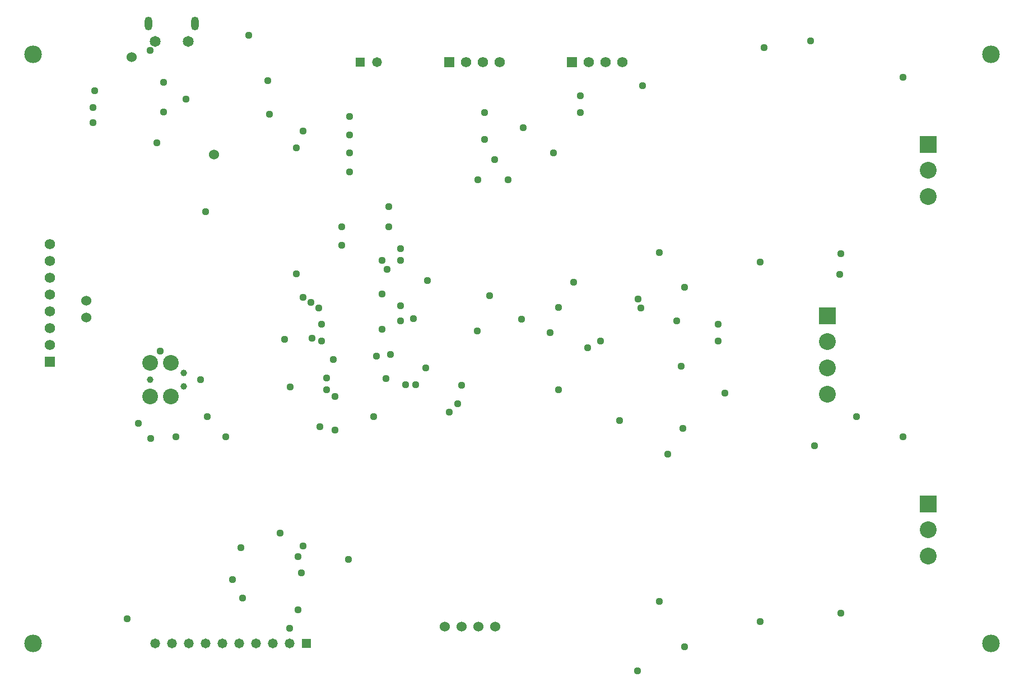
<source format=gbs>
G04 ================== begin FILE IDENTIFICATION RECORD ==================*
G04 Layout Name:  radiotelescope.brd*
G04 Film Name:    BOT_MASK*
G04 File Format:  Gerber RS274X*
G04 File Origin:  Cadence Allegro 17.4-S035*
G04 Origin Date:  Tue Feb 21 10:10:28 2023*
G04 *
G04 Layer:  VIA CLASS/SOLDERMASK_BOTTOM*
G04 Layer:  PIN/SOLDERMASK_BOTTOM*
G04 Layer:  PACKAGE GEOMETRY/SOLDERMASK_BOTTOM*
G04 Layer:  BOARD GEOMETRY/SOLDERMASK_BOTTOM*
G04 *
G04 Offset:    (0.00 0.00)*
G04 Mirror:    No*
G04 Mode:      Positive*
G04 Rotation:  0*
G04 FullContactRelief:  No*
G04 UndefLineWidth:     0.00*
G04 ================== end FILE IDENTIFICATION RECORD ====================*
%FSLAX35Y35*MOMM*%
%IR0*IPPOS*OFA0.00000B0.00000*MIA0B0*SFA1.00000B1.00000*%
%ADD13C,1.524*%
%ADD14C,1.1176*%
%ADD12C,1.5748*%
%ADD15C,1.4732*%
%ADD17C,.991108*%
%ADD11R,1.5748X1.5748*%
%ADD16C,2.3749*%
%ADD20R,1.4732X1.4732*%
%ADD18C,1.649984*%
%ADD21C,2.54*%
%ADD10C,2.667*%
%ADD22R,2.54X2.54*%
%ADD19O,1.150112X2.100072*%
%LPD*%
G75*
G54D10*
X-6667500Y-4445000D03*
Y4457700D03*
X7810500Y-4445000D03*
Y4457700D03*
G54D20*
X-2540000Y-4445000D03*
X-1727200Y4343400D03*
G54D11*
X-6413500Y-190500D03*
X-381000Y4343400D03*
X1473200D03*
G54D21*
X5334000Y-680720D03*
Y-284480D03*
Y111760D03*
X6858000Y-3129280D03*
Y-2733040D03*
Y2306320D03*
Y2702560D03*
G54D12*
X-6413500Y63500D03*
Y317500D03*
Y571500D03*
Y825500D03*
Y1079500D03*
Y1333500D03*
Y1587500D03*
X-127000Y4343400D03*
X127000D03*
X381000D03*
X1727200D03*
X1981200D03*
X2235200D03*
G54D22*
X5334000Y508000D03*
X6858000Y-2336800D03*
Y3098800D03*
G54D13*
X-5867400Y482600D03*
Y736600D03*
X-5181600Y4419600D03*
X-3937000Y2946400D03*
X-444500Y-4191000D03*
X-190500D03*
X63500D03*
X317500D03*
G54D14*
X-5765800Y3429000D03*
Y3657600D03*
X-5740400Y3911600D03*
X-5245100Y-4076700D03*
X-5080000Y-1117600D03*
X-4889500Y-1346200D03*
X-4800600Y3124200D03*
X-4902200Y4521200D03*
X-4508500Y-1320800D03*
X-4749800Y-25400D03*
X-4700092Y3582492D03*
Y4037508D03*
X-4140200Y-457200D03*
X-4361688Y3777488D03*
X-4038600Y-1016000D03*
X-4064000Y2082800D03*
X-3505200Y-3759200D03*
X-3657600Y-3479800D03*
X-3530600Y-2997200D03*
X-3759200Y-1320800D03*
X-3406140Y4747260D03*
X-2933700Y-2781300D03*
X-2870200Y152400D03*
X-3098800Y3556000D03*
X-3124200Y4064000D03*
X-2794000Y-4216400D03*
X-2667000Y-3937000D03*
X-2616200Y-3378200D03*
X-2590800Y-2971800D03*
X-2667000Y-3136900D03*
X-2781300Y-571500D03*
X-2590800Y787400D03*
X-2692400Y1143000D03*
Y3048000D03*
X-2590800Y3302000D03*
X-2336800Y-1168400D03*
X-2451100Y165100D03*
X-2311400Y127000D03*
Y381000D03*
X-2468880Y706120D03*
X-2349500Y624840D03*
X-2108200Y-1219200D03*
Y-711200D03*
X-2235200Y-609600D03*
Y-431800D03*
X-2133600Y-152400D03*
X-2006600Y1854200D03*
Y1574800D03*
X-1905000Y-3175000D03*
X-1889760Y2682240D03*
Y2971800D03*
Y3235960D03*
Y3515360D03*
X-1524000Y-1016000D03*
X-1333500Y-444500D03*
X-1478280Y-101600D03*
X-1397000Y304800D03*
Y838200D03*
X-1315720Y1206500D03*
X-1397000Y1346200D03*
X-1295400Y1854200D03*
Y2159000D03*
X-1041400Y-533400D03*
X-1270000Y-76200D03*
X-1117600Y431800D03*
Y660400D03*
Y1524000D03*
Y1346200D03*
X-889000Y-533400D03*
X-736600Y-279400D03*
X-919480Y462280D03*
X-711200Y1041400D03*
X-381000Y-952500D03*
X-254000Y-825500D03*
X-190500Y-546100D03*
X48260Y276860D03*
X228600Y812800D03*
X50800Y2565400D03*
X152400Y3175000D03*
Y3581400D03*
X508000Y2565400D03*
X304800Y2870200D03*
X711200Y457200D03*
X736600Y3352800D03*
X1143000Y254000D03*
X1193800Y2971800D03*
X1270000Y-609600D03*
Y635000D03*
X1498600Y1016000D03*
X1714500Y25400D03*
X1600200Y3581400D03*
Y3835400D03*
X1905000Y127000D03*
X2463800Y-4864100D03*
X2197100Y-1079500D03*
X2476500Y762000D03*
X2794000Y-3810000D03*
X2514600Y622300D03*
X2794000Y1460500D03*
X2540000Y3987800D03*
X2921000Y-1587500D03*
X3124200Y-254000D03*
X3060700Y431800D03*
X3175000Y-4495800D03*
X3149600Y-1193800D03*
X3175000Y939800D03*
X3683000Y127000D03*
Y381000D03*
X3784600Y-660400D03*
X4318000Y-4114800D03*
Y1320800D03*
X4381500Y4559300D03*
X5143500Y-1460500D03*
X5080000Y4660900D03*
X5537200Y-3987800D03*
X5524500Y1130300D03*
X5537200Y1447800D03*
X5778500Y-1016000D03*
X6477000Y-1320800D03*
Y4114800D03*
G54D15*
X-4826000Y-4445000D03*
X-4572000D03*
X-4318000D03*
X-3810000D03*
X-4064000D03*
X-3556000D03*
X-3302000D03*
X-3048000D03*
X-2794000D03*
X-1473200Y4343400D03*
G54D16*
X-4902200Y-711200D03*
Y-203200D03*
X-4584700Y-711200D03*
Y-203200D03*
G54D17*
X-4902200Y-457200D03*
X-4394200Y-558800D03*
Y-355600D03*
G54D18*
X-4822012Y4654499D03*
X-4321988D03*
G54D19*
X-4922012Y4924501D03*
X-4221988D03*
M02*

</source>
